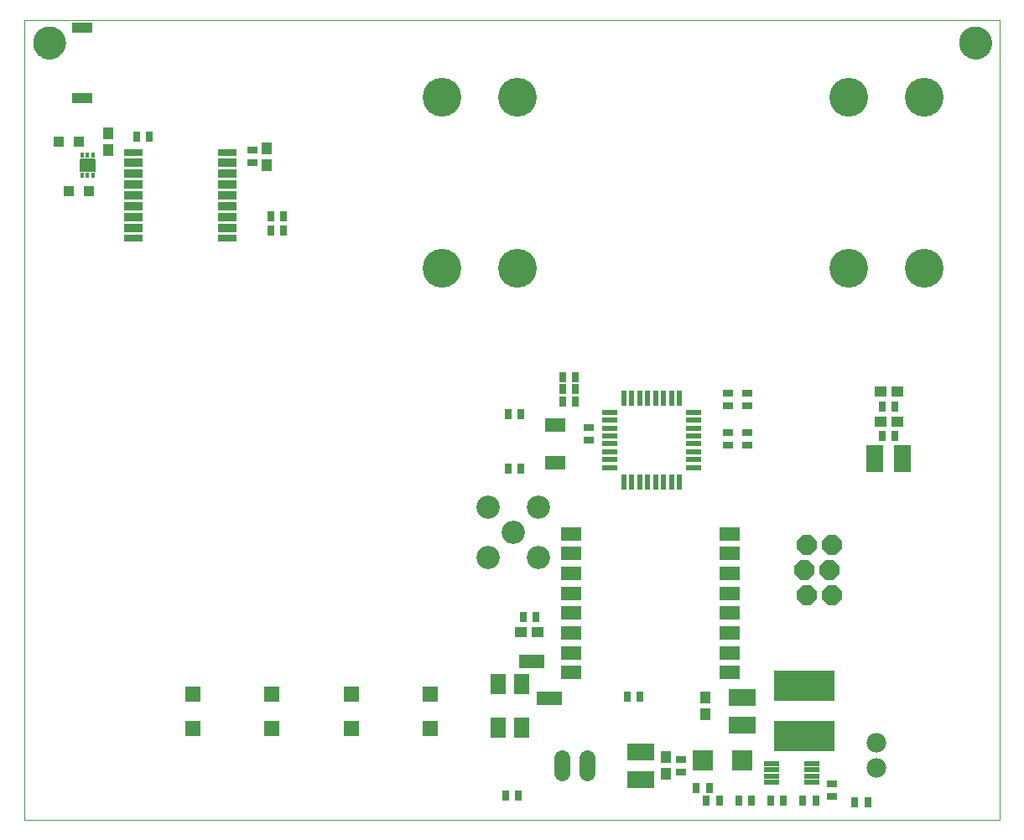
<source format=gts>
G75*
%MOIN*%
%OFA0B0*%
%FSLAX24Y24*%
%IPPOS*%
%LPD*%
%AMOC8*
5,1,8,0,0,1.08239X$1,22.5*
%
%ADD10C,0.0000*%
%ADD11C,0.1300*%
%ADD12R,0.0620X0.0240*%
%ADD13R,0.0240X0.0620*%
%ADD14R,0.0827X0.0434*%
%ADD15R,0.0827X0.0552*%
%ADD16R,0.0749X0.0355*%
%ADD17R,0.0749X0.0316*%
%ADD18C,0.0926*%
%ADD19R,0.0631X0.0631*%
%ADD20R,0.0394X0.0316*%
%ADD21R,0.0316X0.0394*%
%ADD22R,0.0434X0.0434*%
%ADD23R,0.0434X0.0473*%
%ADD24R,0.0473X0.0434*%
%ADD25R,0.1103X0.0670*%
%ADD26C,0.1540*%
%ADD27OC8,0.0780*%
%ADD28R,0.0640X0.0220*%
%ADD29R,0.0827X0.0827*%
%ADD30R,0.0150X0.0237*%
%ADD31C,0.0054*%
%ADD32C,0.0780*%
%ADD33R,0.2402X0.1221*%
%ADD34R,0.0670X0.1103*%
%ADD35R,0.1040X0.0540*%
%ADD36R,0.0591X0.0788*%
%ADD37C,0.0640*%
D10*
X000574Y000251D02*
X000574Y032054D01*
X039341Y032054D01*
X039341Y000251D01*
X000574Y000251D01*
X000928Y031156D02*
X000930Y031206D01*
X000936Y031256D01*
X000946Y031305D01*
X000960Y031353D01*
X000977Y031400D01*
X000998Y031445D01*
X001023Y031489D01*
X001051Y031530D01*
X001083Y031569D01*
X001117Y031606D01*
X001154Y031640D01*
X001194Y031670D01*
X001236Y031697D01*
X001280Y031721D01*
X001326Y031742D01*
X001373Y031758D01*
X001421Y031771D01*
X001471Y031780D01*
X001520Y031785D01*
X001571Y031786D01*
X001621Y031783D01*
X001670Y031776D01*
X001719Y031765D01*
X001767Y031750D01*
X001813Y031732D01*
X001858Y031710D01*
X001901Y031684D01*
X001942Y031655D01*
X001981Y031623D01*
X002017Y031588D01*
X002049Y031550D01*
X002079Y031510D01*
X002106Y031467D01*
X002129Y031423D01*
X002148Y031377D01*
X002164Y031329D01*
X002176Y031280D01*
X002184Y031231D01*
X002188Y031181D01*
X002188Y031131D01*
X002184Y031081D01*
X002176Y031032D01*
X002164Y030983D01*
X002148Y030935D01*
X002129Y030889D01*
X002106Y030845D01*
X002079Y030802D01*
X002049Y030762D01*
X002017Y030724D01*
X001981Y030689D01*
X001942Y030657D01*
X001901Y030628D01*
X001858Y030602D01*
X001813Y030580D01*
X001767Y030562D01*
X001719Y030547D01*
X001670Y030536D01*
X001621Y030529D01*
X001571Y030526D01*
X001520Y030527D01*
X001471Y030532D01*
X001421Y030541D01*
X001373Y030554D01*
X001326Y030570D01*
X001280Y030591D01*
X001236Y030615D01*
X001194Y030642D01*
X001154Y030672D01*
X001117Y030706D01*
X001083Y030743D01*
X001051Y030782D01*
X001023Y030823D01*
X000998Y030867D01*
X000977Y030912D01*
X000960Y030959D01*
X000946Y031007D01*
X000936Y031056D01*
X000930Y031106D01*
X000928Y031156D01*
X037739Y031156D02*
X037741Y031206D01*
X037747Y031256D01*
X037757Y031305D01*
X037771Y031353D01*
X037788Y031400D01*
X037809Y031445D01*
X037834Y031489D01*
X037862Y031530D01*
X037894Y031569D01*
X037928Y031606D01*
X037965Y031640D01*
X038005Y031670D01*
X038047Y031697D01*
X038091Y031721D01*
X038137Y031742D01*
X038184Y031758D01*
X038232Y031771D01*
X038282Y031780D01*
X038331Y031785D01*
X038382Y031786D01*
X038432Y031783D01*
X038481Y031776D01*
X038530Y031765D01*
X038578Y031750D01*
X038624Y031732D01*
X038669Y031710D01*
X038712Y031684D01*
X038753Y031655D01*
X038792Y031623D01*
X038828Y031588D01*
X038860Y031550D01*
X038890Y031510D01*
X038917Y031467D01*
X038940Y031423D01*
X038959Y031377D01*
X038975Y031329D01*
X038987Y031280D01*
X038995Y031231D01*
X038999Y031181D01*
X038999Y031131D01*
X038995Y031081D01*
X038987Y031032D01*
X038975Y030983D01*
X038959Y030935D01*
X038940Y030889D01*
X038917Y030845D01*
X038890Y030802D01*
X038860Y030762D01*
X038828Y030724D01*
X038792Y030689D01*
X038753Y030657D01*
X038712Y030628D01*
X038669Y030602D01*
X038624Y030580D01*
X038578Y030562D01*
X038530Y030547D01*
X038481Y030536D01*
X038432Y030529D01*
X038382Y030526D01*
X038331Y030527D01*
X038282Y030532D01*
X038232Y030541D01*
X038184Y030554D01*
X038137Y030570D01*
X038091Y030591D01*
X038047Y030615D01*
X038005Y030642D01*
X037965Y030672D01*
X037928Y030706D01*
X037894Y030743D01*
X037862Y030782D01*
X037834Y030823D01*
X037809Y030867D01*
X037788Y030912D01*
X037771Y030959D01*
X037757Y031007D01*
X037747Y031056D01*
X037741Y031106D01*
X037739Y031156D01*
D11*
X038369Y031156D03*
X001558Y031156D03*
D12*
X023837Y016469D03*
X023837Y016159D03*
X023837Y015839D03*
X023837Y015529D03*
X023837Y015209D03*
X023837Y014899D03*
X023837Y014579D03*
X023837Y014269D03*
X027177Y014269D03*
X027177Y014579D03*
X027177Y014899D03*
X027177Y015209D03*
X027177Y015529D03*
X027177Y015839D03*
X027177Y016159D03*
X027177Y016469D03*
D13*
X026607Y017039D03*
X026297Y017039D03*
X025977Y017039D03*
X025667Y017039D03*
X025347Y017039D03*
X025037Y017039D03*
X024717Y017039D03*
X024407Y017039D03*
X024407Y013699D03*
X024717Y013699D03*
X025037Y013699D03*
X025347Y013699D03*
X025667Y013699D03*
X025977Y013699D03*
X026297Y013699D03*
X026607Y013699D03*
D14*
X002873Y028961D03*
X002873Y031757D03*
D15*
X021676Y015959D03*
X021676Y014463D03*
X022298Y011629D03*
X022298Y010841D03*
X022298Y010054D03*
X022298Y009267D03*
X022298Y008479D03*
X022298Y007692D03*
X022298Y006904D03*
X022298Y006117D03*
X028597Y006117D03*
X028597Y006904D03*
X028597Y007692D03*
X028597Y008479D03*
X028597Y009267D03*
X028597Y010054D03*
X028597Y010841D03*
X028597Y011629D03*
D16*
X008652Y023786D03*
X008652Y024219D03*
X008652Y024652D03*
X008652Y025085D03*
X008652Y025519D03*
X008652Y025952D03*
X008652Y026385D03*
X004912Y026385D03*
X004912Y025952D03*
X004912Y025519D03*
X004912Y025085D03*
X004912Y024652D03*
X004912Y024219D03*
X004912Y023786D03*
D17*
X004912Y023373D03*
X008652Y023373D03*
X008652Y026798D03*
X004912Y026798D03*
D18*
X018991Y012700D03*
X019991Y011700D03*
X020991Y012700D03*
X020991Y010700D03*
X018991Y010700D03*
D19*
X016715Y005270D03*
X016715Y003893D03*
X013566Y003893D03*
X013566Y005270D03*
X010416Y005270D03*
X010416Y003893D03*
X007267Y003893D03*
X007267Y005270D03*
D20*
X023015Y015349D03*
X023015Y015861D03*
X028526Y015664D03*
X028526Y015152D03*
X029314Y015152D03*
X029314Y015664D03*
X029314Y016727D03*
X029314Y017239D03*
X028526Y017239D03*
X028526Y016727D03*
X026656Y002672D03*
X026656Y002160D03*
X032660Y001688D03*
X032660Y001176D03*
X009629Y026373D03*
X009629Y026885D03*
D21*
X010357Y024267D03*
X010869Y024267D03*
X010869Y023676D03*
X010357Y023676D03*
X005554Y027416D03*
X005042Y027416D03*
X019806Y016393D03*
X020318Y016393D03*
X021971Y016885D03*
X021971Y017377D03*
X022483Y017377D03*
X022483Y016885D03*
X022483Y017869D03*
X021971Y017869D03*
X020318Y014227D03*
X019806Y014227D03*
X020397Y008322D03*
X020908Y008322D03*
X024530Y005172D03*
X025042Y005172D03*
X027286Y001530D03*
X027798Y001530D03*
X027680Y001038D03*
X028192Y001038D03*
X028960Y001038D03*
X029471Y001038D03*
X030239Y001038D03*
X030751Y001038D03*
X031519Y001038D03*
X032030Y001038D03*
X033586Y000940D03*
X034097Y000940D03*
X020219Y001235D03*
X019708Y001235D03*
X034668Y015507D03*
X035180Y015507D03*
X035180Y016688D03*
X034668Y016688D03*
D22*
X003133Y025251D03*
X002345Y025251D03*
X001952Y027219D03*
X002739Y027219D03*
D23*
X003920Y026885D03*
X003920Y027554D03*
X010219Y026963D03*
X010219Y026294D03*
X027641Y005113D03*
X027641Y004444D03*
X026066Y002751D03*
X026066Y002081D03*
D24*
X020987Y007731D03*
X020318Y007731D03*
X034589Y016097D03*
X035259Y016097D03*
X035259Y017278D03*
X034589Y017278D03*
D25*
X029117Y005133D03*
X029117Y004030D03*
X025082Y002967D03*
X025082Y001865D03*
D26*
X020160Y022200D03*
X017168Y022200D03*
X017168Y028991D03*
X020160Y028991D03*
X033349Y028991D03*
X036341Y028991D03*
X036341Y022200D03*
X033349Y022200D03*
D27*
X032676Y011176D03*
X031676Y011176D03*
X031576Y010176D03*
X032576Y010176D03*
X032676Y009176D03*
X031676Y009176D03*
D28*
X031886Y002501D03*
X031886Y002251D03*
X031886Y001991D03*
X031886Y001741D03*
X030286Y001741D03*
X030286Y001991D03*
X030286Y002251D03*
X030286Y002501D03*
D29*
X029117Y002613D03*
X027542Y002613D03*
D30*
X003290Y025900D03*
X003074Y025900D03*
X002857Y025900D03*
X002857Y026688D03*
X003074Y026688D03*
X003290Y026688D03*
D31*
X002792Y026539D02*
X002792Y026049D01*
X002792Y026539D02*
X003356Y026539D01*
X003356Y026049D01*
X002792Y026049D01*
X002792Y026102D02*
X003356Y026102D01*
X003356Y026155D02*
X002792Y026155D01*
X002792Y026208D02*
X003356Y026208D01*
X003356Y026261D02*
X002792Y026261D01*
X002792Y026314D02*
X003356Y026314D01*
X003356Y026367D02*
X002792Y026367D01*
X002792Y026420D02*
X003356Y026420D01*
X003356Y026473D02*
X002792Y026473D01*
X002792Y026526D02*
X003356Y026526D01*
D32*
X034432Y003318D03*
X034432Y002318D03*
D33*
X031578Y003581D03*
X031578Y005581D03*
D34*
X034373Y014621D03*
X035475Y014621D03*
D35*
X021440Y005074D03*
X020751Y006550D03*
D36*
X020337Y005644D03*
X019393Y005644D03*
X019393Y003912D03*
X020337Y003912D03*
D37*
X021924Y002716D02*
X021924Y002116D01*
X022924Y002116D02*
X022924Y002716D01*
M02*

</source>
